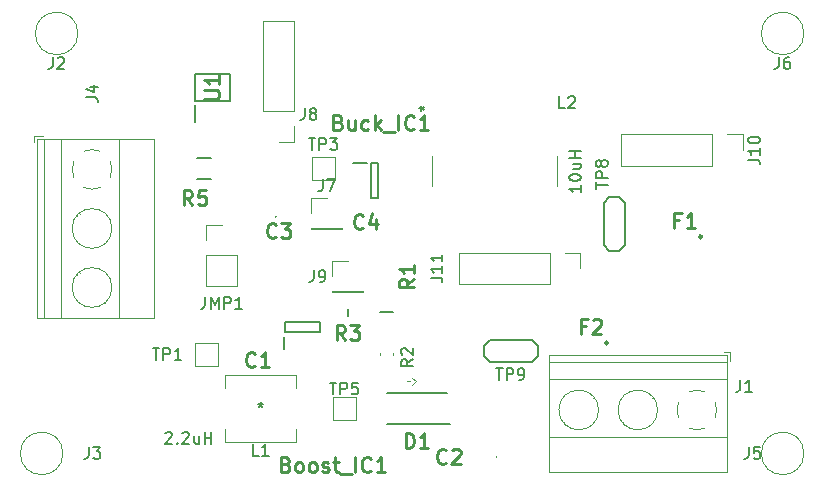
<source format=gbr>
%TF.GenerationSoftware,KiCad,Pcbnew,7.0.4*%
%TF.CreationDate,2023-05-30T06:19:14+05:30*%
%TF.ProjectId,1,312e6b69-6361-4645-9f70-636258585858,rev?*%
%TF.SameCoordinates,Original*%
%TF.FileFunction,Legend,Top*%
%TF.FilePolarity,Positive*%
%FSLAX46Y46*%
G04 Gerber Fmt 4.6, Leading zero omitted, Abs format (unit mm)*
G04 Created by KiCad (PCBNEW 7.0.4) date 2023-05-30 06:19:14*
%MOMM*%
%LPD*%
G01*
G04 APERTURE LIST*
%ADD10C,0.100000*%
%ADD11C,0.254000*%
%ADD12C,0.150000*%
%ADD13C,0.200000*%
%ADD14C,0.120000*%
%ADD15C,0.152400*%
%ADD16C,0.250000*%
G04 APERTURE END LIST*
D10*
X143417027Y-100583466D02*
X143721789Y-100583466D01*
X143912265Y-100297752D02*
X144217027Y-100583466D01*
X144217027Y-100583466D02*
X143912265Y-100869180D01*
D11*
%TO.C,U1*%
X126304318Y-76659619D02*
X127332413Y-76659619D01*
X127332413Y-76659619D02*
X127453365Y-76599142D01*
X127453365Y-76599142D02*
X127513842Y-76538666D01*
X127513842Y-76538666D02*
X127574318Y-76417714D01*
X127574318Y-76417714D02*
X127574318Y-76175809D01*
X127574318Y-76175809D02*
X127513842Y-76054857D01*
X127513842Y-76054857D02*
X127453365Y-75994380D01*
X127453365Y-75994380D02*
X127332413Y-75933904D01*
X127332413Y-75933904D02*
X126304318Y-75933904D01*
X127574318Y-74663904D02*
X127574318Y-75389619D01*
X127574318Y-75026762D02*
X126304318Y-75026762D01*
X126304318Y-75026762D02*
X126485746Y-75147714D01*
X126485746Y-75147714D02*
X126606699Y-75268666D01*
X126606699Y-75268666D02*
X126667175Y-75389619D01*
D12*
%TO.C,J3*%
X116506666Y-106134819D02*
X116506666Y-106849104D01*
X116506666Y-106849104D02*
X116459047Y-106991961D01*
X116459047Y-106991961D02*
X116363809Y-107087200D01*
X116363809Y-107087200D02*
X116220952Y-107134819D01*
X116220952Y-107134819D02*
X116125714Y-107134819D01*
X116887619Y-106134819D02*
X117506666Y-106134819D01*
X117506666Y-106134819D02*
X117173333Y-106515771D01*
X117173333Y-106515771D02*
X117316190Y-106515771D01*
X117316190Y-106515771D02*
X117411428Y-106563390D01*
X117411428Y-106563390D02*
X117459047Y-106611009D01*
X117459047Y-106611009D02*
X117506666Y-106706247D01*
X117506666Y-106706247D02*
X117506666Y-106944342D01*
X117506666Y-106944342D02*
X117459047Y-107039580D01*
X117459047Y-107039580D02*
X117411428Y-107087200D01*
X117411428Y-107087200D02*
X117316190Y-107134819D01*
X117316190Y-107134819D02*
X117030476Y-107134819D01*
X117030476Y-107134819D02*
X116935238Y-107087200D01*
X116935238Y-107087200D02*
X116887619Y-107039580D01*
%TO.C,TP1*%
X121928095Y-97752819D02*
X122499523Y-97752819D01*
X122213809Y-98752819D02*
X122213809Y-97752819D01*
X122832857Y-98752819D02*
X122832857Y-97752819D01*
X122832857Y-97752819D02*
X123213809Y-97752819D01*
X123213809Y-97752819D02*
X123309047Y-97800438D01*
X123309047Y-97800438D02*
X123356666Y-97848057D01*
X123356666Y-97848057D02*
X123404285Y-97943295D01*
X123404285Y-97943295D02*
X123404285Y-98086152D01*
X123404285Y-98086152D02*
X123356666Y-98181390D01*
X123356666Y-98181390D02*
X123309047Y-98229009D01*
X123309047Y-98229009D02*
X123213809Y-98276628D01*
X123213809Y-98276628D02*
X122832857Y-98276628D01*
X124356666Y-98752819D02*
X123785238Y-98752819D01*
X124070952Y-98752819D02*
X124070952Y-97752819D01*
X124070952Y-97752819D02*
X123975714Y-97895676D01*
X123975714Y-97895676D02*
X123880476Y-97990914D01*
X123880476Y-97990914D02*
X123785238Y-98038533D01*
%TO.C,J5*%
X172386666Y-106134819D02*
X172386666Y-106849104D01*
X172386666Y-106849104D02*
X172339047Y-106991961D01*
X172339047Y-106991961D02*
X172243809Y-107087200D01*
X172243809Y-107087200D02*
X172100952Y-107134819D01*
X172100952Y-107134819D02*
X172005714Y-107134819D01*
X173339047Y-106134819D02*
X172862857Y-106134819D01*
X172862857Y-106134819D02*
X172815238Y-106611009D01*
X172815238Y-106611009D02*
X172862857Y-106563390D01*
X172862857Y-106563390D02*
X172958095Y-106515771D01*
X172958095Y-106515771D02*
X173196190Y-106515771D01*
X173196190Y-106515771D02*
X173291428Y-106563390D01*
X173291428Y-106563390D02*
X173339047Y-106611009D01*
X173339047Y-106611009D02*
X173386666Y-106706247D01*
X173386666Y-106706247D02*
X173386666Y-106944342D01*
X173386666Y-106944342D02*
X173339047Y-107039580D01*
X173339047Y-107039580D02*
X173291428Y-107087200D01*
X173291428Y-107087200D02*
X173196190Y-107134819D01*
X173196190Y-107134819D02*
X172958095Y-107134819D01*
X172958095Y-107134819D02*
X172862857Y-107087200D01*
X172862857Y-107087200D02*
X172815238Y-107039580D01*
%TO.C,TP5*%
X136914095Y-100676819D02*
X137485523Y-100676819D01*
X137199809Y-101676819D02*
X137199809Y-100676819D01*
X137818857Y-101676819D02*
X137818857Y-100676819D01*
X137818857Y-100676819D02*
X138199809Y-100676819D01*
X138199809Y-100676819D02*
X138295047Y-100724438D01*
X138295047Y-100724438D02*
X138342666Y-100772057D01*
X138342666Y-100772057D02*
X138390285Y-100867295D01*
X138390285Y-100867295D02*
X138390285Y-101010152D01*
X138390285Y-101010152D02*
X138342666Y-101105390D01*
X138342666Y-101105390D02*
X138295047Y-101153009D01*
X138295047Y-101153009D02*
X138199809Y-101200628D01*
X138199809Y-101200628D02*
X137818857Y-101200628D01*
X139295047Y-100676819D02*
X138818857Y-100676819D01*
X138818857Y-100676819D02*
X138771238Y-101153009D01*
X138771238Y-101153009D02*
X138818857Y-101105390D01*
X138818857Y-101105390D02*
X138914095Y-101057771D01*
X138914095Y-101057771D02*
X139152190Y-101057771D01*
X139152190Y-101057771D02*
X139247428Y-101105390D01*
X139247428Y-101105390D02*
X139295047Y-101153009D01*
X139295047Y-101153009D02*
X139342666Y-101248247D01*
X139342666Y-101248247D02*
X139342666Y-101486342D01*
X139342666Y-101486342D02*
X139295047Y-101581580D01*
X139295047Y-101581580D02*
X139247428Y-101629200D01*
X139247428Y-101629200D02*
X139152190Y-101676819D01*
X139152190Y-101676819D02*
X138914095Y-101676819D01*
X138914095Y-101676819D02*
X138818857Y-101629200D01*
X138818857Y-101629200D02*
X138771238Y-101581580D01*
D11*
%TO.C,C4*%
X139742333Y-87575365D02*
X139681857Y-87635842D01*
X139681857Y-87635842D02*
X139500428Y-87696318D01*
X139500428Y-87696318D02*
X139379476Y-87696318D01*
X139379476Y-87696318D02*
X139198047Y-87635842D01*
X139198047Y-87635842D02*
X139077095Y-87514889D01*
X139077095Y-87514889D02*
X139016618Y-87393937D01*
X139016618Y-87393937D02*
X138956142Y-87152032D01*
X138956142Y-87152032D02*
X138956142Y-86970603D01*
X138956142Y-86970603D02*
X139016618Y-86728699D01*
X139016618Y-86728699D02*
X139077095Y-86607746D01*
X139077095Y-86607746D02*
X139198047Y-86486794D01*
X139198047Y-86486794D02*
X139379476Y-86426318D01*
X139379476Y-86426318D02*
X139500428Y-86426318D01*
X139500428Y-86426318D02*
X139681857Y-86486794D01*
X139681857Y-86486794D02*
X139742333Y-86547270D01*
X140830904Y-86849651D02*
X140830904Y-87696318D01*
X140528523Y-86365842D02*
X140226142Y-87272984D01*
X140226142Y-87272984D02*
X141012333Y-87272984D01*
D12*
%TO.C,J11*%
X145454819Y-91809523D02*
X146169104Y-91809523D01*
X146169104Y-91809523D02*
X146311961Y-91857142D01*
X146311961Y-91857142D02*
X146407200Y-91952380D01*
X146407200Y-91952380D02*
X146454819Y-92095237D01*
X146454819Y-92095237D02*
X146454819Y-92190475D01*
X146454819Y-90809523D02*
X146454819Y-91380951D01*
X146454819Y-91095237D02*
X145454819Y-91095237D01*
X145454819Y-91095237D02*
X145597676Y-91190475D01*
X145597676Y-91190475D02*
X145692914Y-91285713D01*
X145692914Y-91285713D02*
X145740533Y-91380951D01*
X146454819Y-89857142D02*
X146454819Y-90428570D01*
X146454819Y-90142856D02*
X145454819Y-90142856D01*
X145454819Y-90142856D02*
X145597676Y-90238094D01*
X145597676Y-90238094D02*
X145692914Y-90333332D01*
X145692914Y-90333332D02*
X145740533Y-90428570D01*
%TO.C,TP8*%
X159454819Y-84261904D02*
X159454819Y-83690476D01*
X160454819Y-83976190D02*
X159454819Y-83976190D01*
X160454819Y-83357142D02*
X159454819Y-83357142D01*
X159454819Y-83357142D02*
X159454819Y-82976190D01*
X159454819Y-82976190D02*
X159502438Y-82880952D01*
X159502438Y-82880952D02*
X159550057Y-82833333D01*
X159550057Y-82833333D02*
X159645295Y-82785714D01*
X159645295Y-82785714D02*
X159788152Y-82785714D01*
X159788152Y-82785714D02*
X159883390Y-82833333D01*
X159883390Y-82833333D02*
X159931009Y-82880952D01*
X159931009Y-82880952D02*
X159978628Y-82976190D01*
X159978628Y-82976190D02*
X159978628Y-83357142D01*
X159883390Y-82214285D02*
X159835771Y-82309523D01*
X159835771Y-82309523D02*
X159788152Y-82357142D01*
X159788152Y-82357142D02*
X159692914Y-82404761D01*
X159692914Y-82404761D02*
X159645295Y-82404761D01*
X159645295Y-82404761D02*
X159550057Y-82357142D01*
X159550057Y-82357142D02*
X159502438Y-82309523D01*
X159502438Y-82309523D02*
X159454819Y-82214285D01*
X159454819Y-82214285D02*
X159454819Y-82023809D01*
X159454819Y-82023809D02*
X159502438Y-81928571D01*
X159502438Y-81928571D02*
X159550057Y-81880952D01*
X159550057Y-81880952D02*
X159645295Y-81833333D01*
X159645295Y-81833333D02*
X159692914Y-81833333D01*
X159692914Y-81833333D02*
X159788152Y-81880952D01*
X159788152Y-81880952D02*
X159835771Y-81928571D01*
X159835771Y-81928571D02*
X159883390Y-82023809D01*
X159883390Y-82023809D02*
X159883390Y-82214285D01*
X159883390Y-82214285D02*
X159931009Y-82309523D01*
X159931009Y-82309523D02*
X159978628Y-82357142D01*
X159978628Y-82357142D02*
X160073866Y-82404761D01*
X160073866Y-82404761D02*
X160264342Y-82404761D01*
X160264342Y-82404761D02*
X160359580Y-82357142D01*
X160359580Y-82357142D02*
X160407200Y-82309523D01*
X160407200Y-82309523D02*
X160454819Y-82214285D01*
X160454819Y-82214285D02*
X160454819Y-82023809D01*
X160454819Y-82023809D02*
X160407200Y-81928571D01*
X160407200Y-81928571D02*
X160359580Y-81880952D01*
X160359580Y-81880952D02*
X160264342Y-81833333D01*
X160264342Y-81833333D02*
X160073866Y-81833333D01*
X160073866Y-81833333D02*
X159978628Y-81880952D01*
X159978628Y-81880952D02*
X159931009Y-81928571D01*
X159931009Y-81928571D02*
X159883390Y-82023809D01*
%TO.C,J9*%
X135556666Y-91148819D02*
X135556666Y-91863104D01*
X135556666Y-91863104D02*
X135509047Y-92005961D01*
X135509047Y-92005961D02*
X135413809Y-92101200D01*
X135413809Y-92101200D02*
X135270952Y-92148819D01*
X135270952Y-92148819D02*
X135175714Y-92148819D01*
X136080476Y-92148819D02*
X136270952Y-92148819D01*
X136270952Y-92148819D02*
X136366190Y-92101200D01*
X136366190Y-92101200D02*
X136413809Y-92053580D01*
X136413809Y-92053580D02*
X136509047Y-91910723D01*
X136509047Y-91910723D02*
X136556666Y-91720247D01*
X136556666Y-91720247D02*
X136556666Y-91339295D01*
X136556666Y-91339295D02*
X136509047Y-91244057D01*
X136509047Y-91244057D02*
X136461428Y-91196438D01*
X136461428Y-91196438D02*
X136366190Y-91148819D01*
X136366190Y-91148819D02*
X136175714Y-91148819D01*
X136175714Y-91148819D02*
X136080476Y-91196438D01*
X136080476Y-91196438D02*
X136032857Y-91244057D01*
X136032857Y-91244057D02*
X135985238Y-91339295D01*
X135985238Y-91339295D02*
X135985238Y-91577390D01*
X135985238Y-91577390D02*
X136032857Y-91672628D01*
X136032857Y-91672628D02*
X136080476Y-91720247D01*
X136080476Y-91720247D02*
X136175714Y-91767866D01*
X136175714Y-91767866D02*
X136366190Y-91767866D01*
X136366190Y-91767866D02*
X136461428Y-91720247D01*
X136461428Y-91720247D02*
X136509047Y-91672628D01*
X136509047Y-91672628D02*
X136556666Y-91577390D01*
D11*
%TO.C,R5*%
X125264333Y-85664318D02*
X124840999Y-85059556D01*
X124538618Y-85664318D02*
X124538618Y-84394318D01*
X124538618Y-84394318D02*
X125022428Y-84394318D01*
X125022428Y-84394318D02*
X125143380Y-84454794D01*
X125143380Y-84454794D02*
X125203857Y-84515270D01*
X125203857Y-84515270D02*
X125264333Y-84636222D01*
X125264333Y-84636222D02*
X125264333Y-84817651D01*
X125264333Y-84817651D02*
X125203857Y-84938603D01*
X125203857Y-84938603D02*
X125143380Y-84999080D01*
X125143380Y-84999080D02*
X125022428Y-85059556D01*
X125022428Y-85059556D02*
X124538618Y-85059556D01*
X126413380Y-84394318D02*
X125808618Y-84394318D01*
X125808618Y-84394318D02*
X125748142Y-84999080D01*
X125748142Y-84999080D02*
X125808618Y-84938603D01*
X125808618Y-84938603D02*
X125929571Y-84878127D01*
X125929571Y-84878127D02*
X126231952Y-84878127D01*
X126231952Y-84878127D02*
X126352904Y-84938603D01*
X126352904Y-84938603D02*
X126413380Y-84999080D01*
X126413380Y-84999080D02*
X126473857Y-85120032D01*
X126473857Y-85120032D02*
X126473857Y-85422413D01*
X126473857Y-85422413D02*
X126413380Y-85543365D01*
X126413380Y-85543365D02*
X126352904Y-85603842D01*
X126352904Y-85603842D02*
X126231952Y-85664318D01*
X126231952Y-85664318D02*
X125929571Y-85664318D01*
X125929571Y-85664318D02*
X125808618Y-85603842D01*
X125808618Y-85603842D02*
X125748142Y-85543365D01*
D12*
%TO.C,J4*%
X116294819Y-76533333D02*
X117009104Y-76533333D01*
X117009104Y-76533333D02*
X117151961Y-76580952D01*
X117151961Y-76580952D02*
X117247200Y-76676190D01*
X117247200Y-76676190D02*
X117294819Y-76819047D01*
X117294819Y-76819047D02*
X117294819Y-76914285D01*
X116628152Y-75628571D02*
X117294819Y-75628571D01*
X116247200Y-75866666D02*
X116961485Y-76104761D01*
X116961485Y-76104761D02*
X116961485Y-75485714D01*
%TO.C,J8*%
X134794666Y-77432819D02*
X134794666Y-78147104D01*
X134794666Y-78147104D02*
X134747047Y-78289961D01*
X134747047Y-78289961D02*
X134651809Y-78385200D01*
X134651809Y-78385200D02*
X134508952Y-78432819D01*
X134508952Y-78432819D02*
X134413714Y-78432819D01*
X135413714Y-77861390D02*
X135318476Y-77813771D01*
X135318476Y-77813771D02*
X135270857Y-77766152D01*
X135270857Y-77766152D02*
X135223238Y-77670914D01*
X135223238Y-77670914D02*
X135223238Y-77623295D01*
X135223238Y-77623295D02*
X135270857Y-77528057D01*
X135270857Y-77528057D02*
X135318476Y-77480438D01*
X135318476Y-77480438D02*
X135413714Y-77432819D01*
X135413714Y-77432819D02*
X135604190Y-77432819D01*
X135604190Y-77432819D02*
X135699428Y-77480438D01*
X135699428Y-77480438D02*
X135747047Y-77528057D01*
X135747047Y-77528057D02*
X135794666Y-77623295D01*
X135794666Y-77623295D02*
X135794666Y-77670914D01*
X135794666Y-77670914D02*
X135747047Y-77766152D01*
X135747047Y-77766152D02*
X135699428Y-77813771D01*
X135699428Y-77813771D02*
X135604190Y-77861390D01*
X135604190Y-77861390D02*
X135413714Y-77861390D01*
X135413714Y-77861390D02*
X135318476Y-77909009D01*
X135318476Y-77909009D02*
X135270857Y-77956628D01*
X135270857Y-77956628D02*
X135223238Y-78051866D01*
X135223238Y-78051866D02*
X135223238Y-78242342D01*
X135223238Y-78242342D02*
X135270857Y-78337580D01*
X135270857Y-78337580D02*
X135318476Y-78385200D01*
X135318476Y-78385200D02*
X135413714Y-78432819D01*
X135413714Y-78432819D02*
X135604190Y-78432819D01*
X135604190Y-78432819D02*
X135699428Y-78385200D01*
X135699428Y-78385200D02*
X135747047Y-78337580D01*
X135747047Y-78337580D02*
X135794666Y-78242342D01*
X135794666Y-78242342D02*
X135794666Y-78051866D01*
X135794666Y-78051866D02*
X135747047Y-77956628D01*
X135747047Y-77956628D02*
X135699428Y-77909009D01*
X135699428Y-77909009D02*
X135604190Y-77861390D01*
D11*
%TO.C,R3*%
X138218333Y-97094318D02*
X137794999Y-96489556D01*
X137492618Y-97094318D02*
X137492618Y-95824318D01*
X137492618Y-95824318D02*
X137976428Y-95824318D01*
X137976428Y-95824318D02*
X138097380Y-95884794D01*
X138097380Y-95884794D02*
X138157857Y-95945270D01*
X138157857Y-95945270D02*
X138218333Y-96066222D01*
X138218333Y-96066222D02*
X138218333Y-96247651D01*
X138218333Y-96247651D02*
X138157857Y-96368603D01*
X138157857Y-96368603D02*
X138097380Y-96429080D01*
X138097380Y-96429080D02*
X137976428Y-96489556D01*
X137976428Y-96489556D02*
X137492618Y-96489556D01*
X138641666Y-95824318D02*
X139427857Y-95824318D01*
X139427857Y-95824318D02*
X139004523Y-96308127D01*
X139004523Y-96308127D02*
X139185952Y-96308127D01*
X139185952Y-96308127D02*
X139306904Y-96368603D01*
X139306904Y-96368603D02*
X139367380Y-96429080D01*
X139367380Y-96429080D02*
X139427857Y-96550032D01*
X139427857Y-96550032D02*
X139427857Y-96852413D01*
X139427857Y-96852413D02*
X139367380Y-96973365D01*
X139367380Y-96973365D02*
X139306904Y-97033842D01*
X139306904Y-97033842D02*
X139185952Y-97094318D01*
X139185952Y-97094318D02*
X138823095Y-97094318D01*
X138823095Y-97094318D02*
X138702142Y-97033842D01*
X138702142Y-97033842D02*
X138641666Y-96973365D01*
D12*
%TO.C,TP9*%
X150978095Y-99454819D02*
X151549523Y-99454819D01*
X151263809Y-100454819D02*
X151263809Y-99454819D01*
X151882857Y-100454819D02*
X151882857Y-99454819D01*
X151882857Y-99454819D02*
X152263809Y-99454819D01*
X152263809Y-99454819D02*
X152359047Y-99502438D01*
X152359047Y-99502438D02*
X152406666Y-99550057D01*
X152406666Y-99550057D02*
X152454285Y-99645295D01*
X152454285Y-99645295D02*
X152454285Y-99788152D01*
X152454285Y-99788152D02*
X152406666Y-99883390D01*
X152406666Y-99883390D02*
X152359047Y-99931009D01*
X152359047Y-99931009D02*
X152263809Y-99978628D01*
X152263809Y-99978628D02*
X151882857Y-99978628D01*
X152930476Y-100454819D02*
X153120952Y-100454819D01*
X153120952Y-100454819D02*
X153216190Y-100407200D01*
X153216190Y-100407200D02*
X153263809Y-100359580D01*
X153263809Y-100359580D02*
X153359047Y-100216723D01*
X153359047Y-100216723D02*
X153406666Y-100026247D01*
X153406666Y-100026247D02*
X153406666Y-99645295D01*
X153406666Y-99645295D02*
X153359047Y-99550057D01*
X153359047Y-99550057D02*
X153311428Y-99502438D01*
X153311428Y-99502438D02*
X153216190Y-99454819D01*
X153216190Y-99454819D02*
X153025714Y-99454819D01*
X153025714Y-99454819D02*
X152930476Y-99502438D01*
X152930476Y-99502438D02*
X152882857Y-99550057D01*
X152882857Y-99550057D02*
X152835238Y-99645295D01*
X152835238Y-99645295D02*
X152835238Y-99883390D01*
X152835238Y-99883390D02*
X152882857Y-99978628D01*
X152882857Y-99978628D02*
X152930476Y-100026247D01*
X152930476Y-100026247D02*
X153025714Y-100073866D01*
X153025714Y-100073866D02*
X153216190Y-100073866D01*
X153216190Y-100073866D02*
X153311428Y-100026247D01*
X153311428Y-100026247D02*
X153359047Y-99978628D01*
X153359047Y-99978628D02*
X153406666Y-99883390D01*
%TO.C,J7*%
X136318666Y-83484819D02*
X136318666Y-84199104D01*
X136318666Y-84199104D02*
X136271047Y-84341961D01*
X136271047Y-84341961D02*
X136175809Y-84437200D01*
X136175809Y-84437200D02*
X136032952Y-84484819D01*
X136032952Y-84484819D02*
X135937714Y-84484819D01*
X136699619Y-83484819D02*
X137366285Y-83484819D01*
X137366285Y-83484819D02*
X136937714Y-84484819D01*
D11*
%TO.C,F2*%
X158576667Y-95909080D02*
X158153333Y-95909080D01*
X158153333Y-96574318D02*
X158153333Y-95304318D01*
X158153333Y-95304318D02*
X158758095Y-95304318D01*
X159181428Y-95425270D02*
X159241904Y-95364794D01*
X159241904Y-95364794D02*
X159362857Y-95304318D01*
X159362857Y-95304318D02*
X159665238Y-95304318D01*
X159665238Y-95304318D02*
X159786190Y-95364794D01*
X159786190Y-95364794D02*
X159846666Y-95425270D01*
X159846666Y-95425270D02*
X159907143Y-95546222D01*
X159907143Y-95546222D02*
X159907143Y-95667175D01*
X159907143Y-95667175D02*
X159846666Y-95848603D01*
X159846666Y-95848603D02*
X159120952Y-96574318D01*
X159120952Y-96574318D02*
X159907143Y-96574318D01*
D12*
%TO.C,TP3*%
X135136095Y-79972819D02*
X135707523Y-79972819D01*
X135421809Y-80972819D02*
X135421809Y-79972819D01*
X136040857Y-80972819D02*
X136040857Y-79972819D01*
X136040857Y-79972819D02*
X136421809Y-79972819D01*
X136421809Y-79972819D02*
X136517047Y-80020438D01*
X136517047Y-80020438D02*
X136564666Y-80068057D01*
X136564666Y-80068057D02*
X136612285Y-80163295D01*
X136612285Y-80163295D02*
X136612285Y-80306152D01*
X136612285Y-80306152D02*
X136564666Y-80401390D01*
X136564666Y-80401390D02*
X136517047Y-80449009D01*
X136517047Y-80449009D02*
X136421809Y-80496628D01*
X136421809Y-80496628D02*
X136040857Y-80496628D01*
X136945619Y-79972819D02*
X137564666Y-79972819D01*
X137564666Y-79972819D02*
X137231333Y-80353771D01*
X137231333Y-80353771D02*
X137374190Y-80353771D01*
X137374190Y-80353771D02*
X137469428Y-80401390D01*
X137469428Y-80401390D02*
X137517047Y-80449009D01*
X137517047Y-80449009D02*
X137564666Y-80544247D01*
X137564666Y-80544247D02*
X137564666Y-80782342D01*
X137564666Y-80782342D02*
X137517047Y-80877580D01*
X137517047Y-80877580D02*
X137469428Y-80925200D01*
X137469428Y-80925200D02*
X137374190Y-80972819D01*
X137374190Y-80972819D02*
X137088476Y-80972819D01*
X137088476Y-80972819D02*
X136993238Y-80925200D01*
X136993238Y-80925200D02*
X136945619Y-80877580D01*
D11*
%TO.C,Buck_IC1*%
X137655905Y-78649080D02*
X137837333Y-78709556D01*
X137837333Y-78709556D02*
X137897810Y-78770032D01*
X137897810Y-78770032D02*
X137958286Y-78890984D01*
X137958286Y-78890984D02*
X137958286Y-79072413D01*
X137958286Y-79072413D02*
X137897810Y-79193365D01*
X137897810Y-79193365D02*
X137837333Y-79253842D01*
X137837333Y-79253842D02*
X137716381Y-79314318D01*
X137716381Y-79314318D02*
X137232571Y-79314318D01*
X137232571Y-79314318D02*
X137232571Y-78044318D01*
X137232571Y-78044318D02*
X137655905Y-78044318D01*
X137655905Y-78044318D02*
X137776857Y-78104794D01*
X137776857Y-78104794D02*
X137837333Y-78165270D01*
X137837333Y-78165270D02*
X137897810Y-78286222D01*
X137897810Y-78286222D02*
X137897810Y-78407175D01*
X137897810Y-78407175D02*
X137837333Y-78528127D01*
X137837333Y-78528127D02*
X137776857Y-78588603D01*
X137776857Y-78588603D02*
X137655905Y-78649080D01*
X137655905Y-78649080D02*
X137232571Y-78649080D01*
X139046857Y-78467651D02*
X139046857Y-79314318D01*
X138502571Y-78467651D02*
X138502571Y-79132889D01*
X138502571Y-79132889D02*
X138563048Y-79253842D01*
X138563048Y-79253842D02*
X138684000Y-79314318D01*
X138684000Y-79314318D02*
X138865429Y-79314318D01*
X138865429Y-79314318D02*
X138986381Y-79253842D01*
X138986381Y-79253842D02*
X139046857Y-79193365D01*
X140195905Y-79253842D02*
X140074953Y-79314318D01*
X140074953Y-79314318D02*
X139833048Y-79314318D01*
X139833048Y-79314318D02*
X139712096Y-79253842D01*
X139712096Y-79253842D02*
X139651619Y-79193365D01*
X139651619Y-79193365D02*
X139591143Y-79072413D01*
X139591143Y-79072413D02*
X139591143Y-78709556D01*
X139591143Y-78709556D02*
X139651619Y-78588603D01*
X139651619Y-78588603D02*
X139712096Y-78528127D01*
X139712096Y-78528127D02*
X139833048Y-78467651D01*
X139833048Y-78467651D02*
X140074953Y-78467651D01*
X140074953Y-78467651D02*
X140195905Y-78528127D01*
X140740190Y-79314318D02*
X140740190Y-78044318D01*
X140861143Y-78830508D02*
X141224000Y-79314318D01*
X141224000Y-78467651D02*
X140740190Y-78951461D01*
X141465905Y-79435270D02*
X142433524Y-79435270D01*
X142735904Y-79314318D02*
X142735904Y-78044318D01*
X144066381Y-79193365D02*
X144005905Y-79253842D01*
X144005905Y-79253842D02*
X143824476Y-79314318D01*
X143824476Y-79314318D02*
X143703524Y-79314318D01*
X143703524Y-79314318D02*
X143522095Y-79253842D01*
X143522095Y-79253842D02*
X143401143Y-79132889D01*
X143401143Y-79132889D02*
X143340666Y-79011937D01*
X143340666Y-79011937D02*
X143280190Y-78770032D01*
X143280190Y-78770032D02*
X143280190Y-78588603D01*
X143280190Y-78588603D02*
X143340666Y-78346699D01*
X143340666Y-78346699D02*
X143401143Y-78225746D01*
X143401143Y-78225746D02*
X143522095Y-78104794D01*
X143522095Y-78104794D02*
X143703524Y-78044318D01*
X143703524Y-78044318D02*
X143824476Y-78044318D01*
X143824476Y-78044318D02*
X144005905Y-78104794D01*
X144005905Y-78104794D02*
X144066381Y-78165270D01*
X145275905Y-79314318D02*
X144550190Y-79314318D01*
X144913047Y-79314318D02*
X144913047Y-78044318D01*
X144913047Y-78044318D02*
X144792095Y-78225746D01*
X144792095Y-78225746D02*
X144671143Y-78346699D01*
X144671143Y-78346699D02*
X144550190Y-78407175D01*
%TO.C,F1*%
X166526667Y-86909080D02*
X166103333Y-86909080D01*
X166103333Y-87574318D02*
X166103333Y-86304318D01*
X166103333Y-86304318D02*
X166708095Y-86304318D01*
X167857143Y-87574318D02*
X167131428Y-87574318D01*
X167494285Y-87574318D02*
X167494285Y-86304318D01*
X167494285Y-86304318D02*
X167373333Y-86485746D01*
X167373333Y-86485746D02*
X167252381Y-86606699D01*
X167252381Y-86606699D02*
X167131428Y-86667175D01*
%TO.C,Boost_IC1*%
X133198809Y-107605080D02*
X133380237Y-107665556D01*
X133380237Y-107665556D02*
X133440714Y-107726032D01*
X133440714Y-107726032D02*
X133501190Y-107846984D01*
X133501190Y-107846984D02*
X133501190Y-108028413D01*
X133501190Y-108028413D02*
X133440714Y-108149365D01*
X133440714Y-108149365D02*
X133380237Y-108209842D01*
X133380237Y-108209842D02*
X133259285Y-108270318D01*
X133259285Y-108270318D02*
X132775475Y-108270318D01*
X132775475Y-108270318D02*
X132775475Y-107000318D01*
X132775475Y-107000318D02*
X133198809Y-107000318D01*
X133198809Y-107000318D02*
X133319761Y-107060794D01*
X133319761Y-107060794D02*
X133380237Y-107121270D01*
X133380237Y-107121270D02*
X133440714Y-107242222D01*
X133440714Y-107242222D02*
X133440714Y-107363175D01*
X133440714Y-107363175D02*
X133380237Y-107484127D01*
X133380237Y-107484127D02*
X133319761Y-107544603D01*
X133319761Y-107544603D02*
X133198809Y-107605080D01*
X133198809Y-107605080D02*
X132775475Y-107605080D01*
X134226904Y-108270318D02*
X134105952Y-108209842D01*
X134105952Y-108209842D02*
X134045475Y-108149365D01*
X134045475Y-108149365D02*
X133984999Y-108028413D01*
X133984999Y-108028413D02*
X133984999Y-107665556D01*
X133984999Y-107665556D02*
X134045475Y-107544603D01*
X134045475Y-107544603D02*
X134105952Y-107484127D01*
X134105952Y-107484127D02*
X134226904Y-107423651D01*
X134226904Y-107423651D02*
X134408333Y-107423651D01*
X134408333Y-107423651D02*
X134529285Y-107484127D01*
X134529285Y-107484127D02*
X134589761Y-107544603D01*
X134589761Y-107544603D02*
X134650237Y-107665556D01*
X134650237Y-107665556D02*
X134650237Y-108028413D01*
X134650237Y-108028413D02*
X134589761Y-108149365D01*
X134589761Y-108149365D02*
X134529285Y-108209842D01*
X134529285Y-108209842D02*
X134408333Y-108270318D01*
X134408333Y-108270318D02*
X134226904Y-108270318D01*
X135375952Y-108270318D02*
X135255000Y-108209842D01*
X135255000Y-108209842D02*
X135194523Y-108149365D01*
X135194523Y-108149365D02*
X135134047Y-108028413D01*
X135134047Y-108028413D02*
X135134047Y-107665556D01*
X135134047Y-107665556D02*
X135194523Y-107544603D01*
X135194523Y-107544603D02*
X135255000Y-107484127D01*
X135255000Y-107484127D02*
X135375952Y-107423651D01*
X135375952Y-107423651D02*
X135557381Y-107423651D01*
X135557381Y-107423651D02*
X135678333Y-107484127D01*
X135678333Y-107484127D02*
X135738809Y-107544603D01*
X135738809Y-107544603D02*
X135799285Y-107665556D01*
X135799285Y-107665556D02*
X135799285Y-108028413D01*
X135799285Y-108028413D02*
X135738809Y-108149365D01*
X135738809Y-108149365D02*
X135678333Y-108209842D01*
X135678333Y-108209842D02*
X135557381Y-108270318D01*
X135557381Y-108270318D02*
X135375952Y-108270318D01*
X136283095Y-108209842D02*
X136404048Y-108270318D01*
X136404048Y-108270318D02*
X136645952Y-108270318D01*
X136645952Y-108270318D02*
X136766905Y-108209842D01*
X136766905Y-108209842D02*
X136827381Y-108088889D01*
X136827381Y-108088889D02*
X136827381Y-108028413D01*
X136827381Y-108028413D02*
X136766905Y-107907461D01*
X136766905Y-107907461D02*
X136645952Y-107846984D01*
X136645952Y-107846984D02*
X136464524Y-107846984D01*
X136464524Y-107846984D02*
X136343571Y-107786508D01*
X136343571Y-107786508D02*
X136283095Y-107665556D01*
X136283095Y-107665556D02*
X136283095Y-107605080D01*
X136283095Y-107605080D02*
X136343571Y-107484127D01*
X136343571Y-107484127D02*
X136464524Y-107423651D01*
X136464524Y-107423651D02*
X136645952Y-107423651D01*
X136645952Y-107423651D02*
X136766905Y-107484127D01*
X137190238Y-107423651D02*
X137674047Y-107423651D01*
X137371666Y-107000318D02*
X137371666Y-108088889D01*
X137371666Y-108088889D02*
X137432143Y-108209842D01*
X137432143Y-108209842D02*
X137553095Y-108270318D01*
X137553095Y-108270318D02*
X137674047Y-108270318D01*
X137795000Y-108391270D02*
X138762619Y-108391270D01*
X139064999Y-108270318D02*
X139064999Y-107000318D01*
X140395476Y-108149365D02*
X140335000Y-108209842D01*
X140335000Y-108209842D02*
X140153571Y-108270318D01*
X140153571Y-108270318D02*
X140032619Y-108270318D01*
X140032619Y-108270318D02*
X139851190Y-108209842D01*
X139851190Y-108209842D02*
X139730238Y-108088889D01*
X139730238Y-108088889D02*
X139669761Y-107967937D01*
X139669761Y-107967937D02*
X139609285Y-107726032D01*
X139609285Y-107726032D02*
X139609285Y-107544603D01*
X139609285Y-107544603D02*
X139669761Y-107302699D01*
X139669761Y-107302699D02*
X139730238Y-107181746D01*
X139730238Y-107181746D02*
X139851190Y-107060794D01*
X139851190Y-107060794D02*
X140032619Y-107000318D01*
X140032619Y-107000318D02*
X140153571Y-107000318D01*
X140153571Y-107000318D02*
X140335000Y-107060794D01*
X140335000Y-107060794D02*
X140395476Y-107121270D01*
X141605000Y-108270318D02*
X140879285Y-108270318D01*
X141242142Y-108270318D02*
X141242142Y-107000318D01*
X141242142Y-107000318D02*
X141121190Y-107181746D01*
X141121190Y-107181746D02*
X141000238Y-107302699D01*
X141000238Y-107302699D02*
X140879285Y-107363175D01*
D12*
%TO.C,JMP1*%
X126357238Y-93434819D02*
X126357238Y-94149104D01*
X126357238Y-94149104D02*
X126309619Y-94291961D01*
X126309619Y-94291961D02*
X126214381Y-94387200D01*
X126214381Y-94387200D02*
X126071524Y-94434819D01*
X126071524Y-94434819D02*
X125976286Y-94434819D01*
X126833429Y-94434819D02*
X126833429Y-93434819D01*
X126833429Y-93434819D02*
X127166762Y-94149104D01*
X127166762Y-94149104D02*
X127500095Y-93434819D01*
X127500095Y-93434819D02*
X127500095Y-94434819D01*
X127976286Y-94434819D02*
X127976286Y-93434819D01*
X127976286Y-93434819D02*
X128357238Y-93434819D01*
X128357238Y-93434819D02*
X128452476Y-93482438D01*
X128452476Y-93482438D02*
X128500095Y-93530057D01*
X128500095Y-93530057D02*
X128547714Y-93625295D01*
X128547714Y-93625295D02*
X128547714Y-93768152D01*
X128547714Y-93768152D02*
X128500095Y-93863390D01*
X128500095Y-93863390D02*
X128452476Y-93911009D01*
X128452476Y-93911009D02*
X128357238Y-93958628D01*
X128357238Y-93958628D02*
X127976286Y-93958628D01*
X129500095Y-94434819D02*
X128928667Y-94434819D01*
X129214381Y-94434819D02*
X129214381Y-93434819D01*
X129214381Y-93434819D02*
X129119143Y-93577676D01*
X129119143Y-93577676D02*
X129023905Y-93672914D01*
X129023905Y-93672914D02*
X128928667Y-93720533D01*
%TO.C,J10*%
X172324819Y-81809523D02*
X173039104Y-81809523D01*
X173039104Y-81809523D02*
X173181961Y-81857142D01*
X173181961Y-81857142D02*
X173277200Y-81952380D01*
X173277200Y-81952380D02*
X173324819Y-82095237D01*
X173324819Y-82095237D02*
X173324819Y-82190475D01*
X173324819Y-80809523D02*
X173324819Y-81380951D01*
X173324819Y-81095237D02*
X172324819Y-81095237D01*
X172324819Y-81095237D02*
X172467676Y-81190475D01*
X172467676Y-81190475D02*
X172562914Y-81285713D01*
X172562914Y-81285713D02*
X172610533Y-81380951D01*
X172324819Y-80190475D02*
X172324819Y-80095237D01*
X172324819Y-80095237D02*
X172372438Y-79999999D01*
X172372438Y-79999999D02*
X172420057Y-79952380D01*
X172420057Y-79952380D02*
X172515295Y-79904761D01*
X172515295Y-79904761D02*
X172705771Y-79857142D01*
X172705771Y-79857142D02*
X172943866Y-79857142D01*
X172943866Y-79857142D02*
X173134342Y-79904761D01*
X173134342Y-79904761D02*
X173229580Y-79952380D01*
X173229580Y-79952380D02*
X173277200Y-79999999D01*
X173277200Y-79999999D02*
X173324819Y-80095237D01*
X173324819Y-80095237D02*
X173324819Y-80190475D01*
X173324819Y-80190475D02*
X173277200Y-80285713D01*
X173277200Y-80285713D02*
X173229580Y-80333332D01*
X173229580Y-80333332D02*
X173134342Y-80380951D01*
X173134342Y-80380951D02*
X172943866Y-80428570D01*
X172943866Y-80428570D02*
X172705771Y-80428570D01*
X172705771Y-80428570D02*
X172515295Y-80380951D01*
X172515295Y-80380951D02*
X172420057Y-80333332D01*
X172420057Y-80333332D02*
X172372438Y-80285713D01*
X172372438Y-80285713D02*
X172324819Y-80190475D01*
%TO.C,R2*%
X143964819Y-98718666D02*
X143488628Y-99051999D01*
X143964819Y-99290094D02*
X142964819Y-99290094D01*
X142964819Y-99290094D02*
X142964819Y-98909142D01*
X142964819Y-98909142D02*
X143012438Y-98813904D01*
X143012438Y-98813904D02*
X143060057Y-98766285D01*
X143060057Y-98766285D02*
X143155295Y-98718666D01*
X143155295Y-98718666D02*
X143298152Y-98718666D01*
X143298152Y-98718666D02*
X143393390Y-98766285D01*
X143393390Y-98766285D02*
X143441009Y-98813904D01*
X143441009Y-98813904D02*
X143488628Y-98909142D01*
X143488628Y-98909142D02*
X143488628Y-99290094D01*
X143060057Y-98337713D02*
X143012438Y-98290094D01*
X143012438Y-98290094D02*
X142964819Y-98194856D01*
X142964819Y-98194856D02*
X142964819Y-97956761D01*
X142964819Y-97956761D02*
X143012438Y-97861523D01*
X143012438Y-97861523D02*
X143060057Y-97813904D01*
X143060057Y-97813904D02*
X143155295Y-97766285D01*
X143155295Y-97766285D02*
X143250533Y-97766285D01*
X143250533Y-97766285D02*
X143393390Y-97813904D01*
X143393390Y-97813904D02*
X143964819Y-98385332D01*
X143964819Y-98385332D02*
X143964819Y-97766285D01*
D11*
%TO.C,D1*%
X143334618Y-106238318D02*
X143334618Y-104968318D01*
X143334618Y-104968318D02*
X143636999Y-104968318D01*
X143636999Y-104968318D02*
X143818428Y-105028794D01*
X143818428Y-105028794D02*
X143939380Y-105149746D01*
X143939380Y-105149746D02*
X143999857Y-105270699D01*
X143999857Y-105270699D02*
X144060333Y-105512603D01*
X144060333Y-105512603D02*
X144060333Y-105694032D01*
X144060333Y-105694032D02*
X143999857Y-105935937D01*
X143999857Y-105935937D02*
X143939380Y-106056889D01*
X143939380Y-106056889D02*
X143818428Y-106177842D01*
X143818428Y-106177842D02*
X143636999Y-106238318D01*
X143636999Y-106238318D02*
X143334618Y-106238318D01*
X145269857Y-106238318D02*
X144544142Y-106238318D01*
X144906999Y-106238318D02*
X144906999Y-104968318D01*
X144906999Y-104968318D02*
X144786047Y-105149746D01*
X144786047Y-105149746D02*
X144665095Y-105270699D01*
X144665095Y-105270699D02*
X144544142Y-105331175D01*
%TO.C,R1*%
X144084318Y-91905666D02*
X143479556Y-92329000D01*
X144084318Y-92631381D02*
X142814318Y-92631381D01*
X142814318Y-92631381D02*
X142814318Y-92147571D01*
X142814318Y-92147571D02*
X142874794Y-92026619D01*
X142874794Y-92026619D02*
X142935270Y-91966142D01*
X142935270Y-91966142D02*
X143056222Y-91905666D01*
X143056222Y-91905666D02*
X143237651Y-91905666D01*
X143237651Y-91905666D02*
X143358603Y-91966142D01*
X143358603Y-91966142D02*
X143419080Y-92026619D01*
X143419080Y-92026619D02*
X143479556Y-92147571D01*
X143479556Y-92147571D02*
X143479556Y-92631381D01*
X144084318Y-90696142D02*
X144084318Y-91421857D01*
X144084318Y-91059000D02*
X142814318Y-91059000D01*
X142814318Y-91059000D02*
X142995746Y-91179952D01*
X142995746Y-91179952D02*
X143116699Y-91300904D01*
X143116699Y-91300904D02*
X143177175Y-91421857D01*
%TO.C,C3*%
X132376333Y-88337365D02*
X132315857Y-88397842D01*
X132315857Y-88397842D02*
X132134428Y-88458318D01*
X132134428Y-88458318D02*
X132013476Y-88458318D01*
X132013476Y-88458318D02*
X131832047Y-88397842D01*
X131832047Y-88397842D02*
X131711095Y-88276889D01*
X131711095Y-88276889D02*
X131650618Y-88155937D01*
X131650618Y-88155937D02*
X131590142Y-87914032D01*
X131590142Y-87914032D02*
X131590142Y-87732603D01*
X131590142Y-87732603D02*
X131650618Y-87490699D01*
X131650618Y-87490699D02*
X131711095Y-87369746D01*
X131711095Y-87369746D02*
X131832047Y-87248794D01*
X131832047Y-87248794D02*
X132013476Y-87188318D01*
X132013476Y-87188318D02*
X132134428Y-87188318D01*
X132134428Y-87188318D02*
X132315857Y-87248794D01*
X132315857Y-87248794D02*
X132376333Y-87309270D01*
X132799666Y-87188318D02*
X133585857Y-87188318D01*
X133585857Y-87188318D02*
X133162523Y-87672127D01*
X133162523Y-87672127D02*
X133343952Y-87672127D01*
X133343952Y-87672127D02*
X133464904Y-87732603D01*
X133464904Y-87732603D02*
X133525380Y-87793080D01*
X133525380Y-87793080D02*
X133585857Y-87914032D01*
X133585857Y-87914032D02*
X133585857Y-88216413D01*
X133585857Y-88216413D02*
X133525380Y-88337365D01*
X133525380Y-88337365D02*
X133464904Y-88397842D01*
X133464904Y-88397842D02*
X133343952Y-88458318D01*
X133343952Y-88458318D02*
X132981095Y-88458318D01*
X132981095Y-88458318D02*
X132860142Y-88397842D01*
X132860142Y-88397842D02*
X132799666Y-88337365D01*
D12*
%TO.C,J2*%
X113458666Y-73124819D02*
X113458666Y-73839104D01*
X113458666Y-73839104D02*
X113411047Y-73981961D01*
X113411047Y-73981961D02*
X113315809Y-74077200D01*
X113315809Y-74077200D02*
X113172952Y-74124819D01*
X113172952Y-74124819D02*
X113077714Y-74124819D01*
X113887238Y-73220057D02*
X113934857Y-73172438D01*
X113934857Y-73172438D02*
X114030095Y-73124819D01*
X114030095Y-73124819D02*
X114268190Y-73124819D01*
X114268190Y-73124819D02*
X114363428Y-73172438D01*
X114363428Y-73172438D02*
X114411047Y-73220057D01*
X114411047Y-73220057D02*
X114458666Y-73315295D01*
X114458666Y-73315295D02*
X114458666Y-73410533D01*
X114458666Y-73410533D02*
X114411047Y-73553390D01*
X114411047Y-73553390D02*
X113839619Y-74124819D01*
X113839619Y-74124819D02*
X114458666Y-74124819D01*
D11*
%TO.C,C1*%
X130598333Y-99259365D02*
X130537857Y-99319842D01*
X130537857Y-99319842D02*
X130356428Y-99380318D01*
X130356428Y-99380318D02*
X130235476Y-99380318D01*
X130235476Y-99380318D02*
X130054047Y-99319842D01*
X130054047Y-99319842D02*
X129933095Y-99198889D01*
X129933095Y-99198889D02*
X129872618Y-99077937D01*
X129872618Y-99077937D02*
X129812142Y-98836032D01*
X129812142Y-98836032D02*
X129812142Y-98654603D01*
X129812142Y-98654603D02*
X129872618Y-98412699D01*
X129872618Y-98412699D02*
X129933095Y-98291746D01*
X129933095Y-98291746D02*
X130054047Y-98170794D01*
X130054047Y-98170794D02*
X130235476Y-98110318D01*
X130235476Y-98110318D02*
X130356428Y-98110318D01*
X130356428Y-98110318D02*
X130537857Y-98170794D01*
X130537857Y-98170794D02*
X130598333Y-98231270D01*
X131807857Y-99380318D02*
X131082142Y-99380318D01*
X131444999Y-99380318D02*
X131444999Y-98110318D01*
X131444999Y-98110318D02*
X131324047Y-98291746D01*
X131324047Y-98291746D02*
X131203095Y-98412699D01*
X131203095Y-98412699D02*
X131082142Y-98473175D01*
D12*
%TO.C,L1*%
X130897333Y-106880819D02*
X130421143Y-106880819D01*
X130421143Y-106880819D02*
X130421143Y-105880819D01*
X131754476Y-106880819D02*
X131183048Y-106880819D01*
X131468762Y-106880819D02*
X131468762Y-105880819D01*
X131468762Y-105880819D02*
X131373524Y-106023676D01*
X131373524Y-106023676D02*
X131278286Y-106118914D01*
X131278286Y-106118914D02*
X131183048Y-106166533D01*
X122991810Y-104960057D02*
X123039429Y-104912438D01*
X123039429Y-104912438D02*
X123134667Y-104864819D01*
X123134667Y-104864819D02*
X123372762Y-104864819D01*
X123372762Y-104864819D02*
X123468000Y-104912438D01*
X123468000Y-104912438D02*
X123515619Y-104960057D01*
X123515619Y-104960057D02*
X123563238Y-105055295D01*
X123563238Y-105055295D02*
X123563238Y-105150533D01*
X123563238Y-105150533D02*
X123515619Y-105293390D01*
X123515619Y-105293390D02*
X122944191Y-105864819D01*
X122944191Y-105864819D02*
X123563238Y-105864819D01*
X123991810Y-105769580D02*
X124039429Y-105817200D01*
X124039429Y-105817200D02*
X123991810Y-105864819D01*
X123991810Y-105864819D02*
X123944191Y-105817200D01*
X123944191Y-105817200D02*
X123991810Y-105769580D01*
X123991810Y-105769580D02*
X123991810Y-105864819D01*
X124420381Y-104960057D02*
X124468000Y-104912438D01*
X124468000Y-104912438D02*
X124563238Y-104864819D01*
X124563238Y-104864819D02*
X124801333Y-104864819D01*
X124801333Y-104864819D02*
X124896571Y-104912438D01*
X124896571Y-104912438D02*
X124944190Y-104960057D01*
X124944190Y-104960057D02*
X124991809Y-105055295D01*
X124991809Y-105055295D02*
X124991809Y-105150533D01*
X124991809Y-105150533D02*
X124944190Y-105293390D01*
X124944190Y-105293390D02*
X124372762Y-105864819D01*
X124372762Y-105864819D02*
X124991809Y-105864819D01*
X125848952Y-105198152D02*
X125848952Y-105864819D01*
X125420381Y-105198152D02*
X125420381Y-105721961D01*
X125420381Y-105721961D02*
X125468000Y-105817200D01*
X125468000Y-105817200D02*
X125563238Y-105864819D01*
X125563238Y-105864819D02*
X125706095Y-105864819D01*
X125706095Y-105864819D02*
X125801333Y-105817200D01*
X125801333Y-105817200D02*
X125848952Y-105769580D01*
X126325143Y-105864819D02*
X126325143Y-104864819D01*
X126325143Y-105341009D02*
X126896571Y-105341009D01*
X126896571Y-105864819D02*
X126896571Y-104864819D01*
X131064000Y-102324819D02*
X131064000Y-102562914D01*
X130825905Y-102467676D02*
X131064000Y-102562914D01*
X131064000Y-102562914D02*
X131302095Y-102467676D01*
X130921143Y-102753390D02*
X131064000Y-102562914D01*
X131064000Y-102562914D02*
X131206857Y-102753390D01*
%TO.C,L2*%
X156833333Y-77454819D02*
X156357143Y-77454819D01*
X156357143Y-77454819D02*
X156357143Y-76454819D01*
X157119048Y-76550057D02*
X157166667Y-76502438D01*
X157166667Y-76502438D02*
X157261905Y-76454819D01*
X157261905Y-76454819D02*
X157500000Y-76454819D01*
X157500000Y-76454819D02*
X157595238Y-76502438D01*
X157595238Y-76502438D02*
X157642857Y-76550057D01*
X157642857Y-76550057D02*
X157690476Y-76645295D01*
X157690476Y-76645295D02*
X157690476Y-76740533D01*
X157690476Y-76740533D02*
X157642857Y-76883390D01*
X157642857Y-76883390D02*
X157071429Y-77454819D01*
X157071429Y-77454819D02*
X157690476Y-77454819D01*
X158188819Y-83970666D02*
X158188819Y-84542094D01*
X158188819Y-84256380D02*
X157188819Y-84256380D01*
X157188819Y-84256380D02*
X157331676Y-84351618D01*
X157331676Y-84351618D02*
X157426914Y-84446856D01*
X157426914Y-84446856D02*
X157474533Y-84542094D01*
X157188819Y-83351618D02*
X157188819Y-83256380D01*
X157188819Y-83256380D02*
X157236438Y-83161142D01*
X157236438Y-83161142D02*
X157284057Y-83113523D01*
X157284057Y-83113523D02*
X157379295Y-83065904D01*
X157379295Y-83065904D02*
X157569771Y-83018285D01*
X157569771Y-83018285D02*
X157807866Y-83018285D01*
X157807866Y-83018285D02*
X157998342Y-83065904D01*
X157998342Y-83065904D02*
X158093580Y-83113523D01*
X158093580Y-83113523D02*
X158141200Y-83161142D01*
X158141200Y-83161142D02*
X158188819Y-83256380D01*
X158188819Y-83256380D02*
X158188819Y-83351618D01*
X158188819Y-83351618D02*
X158141200Y-83446856D01*
X158141200Y-83446856D02*
X158093580Y-83494475D01*
X158093580Y-83494475D02*
X157998342Y-83542094D01*
X157998342Y-83542094D02*
X157807866Y-83589713D01*
X157807866Y-83589713D02*
X157569771Y-83589713D01*
X157569771Y-83589713D02*
X157379295Y-83542094D01*
X157379295Y-83542094D02*
X157284057Y-83494475D01*
X157284057Y-83494475D02*
X157236438Y-83446856D01*
X157236438Y-83446856D02*
X157188819Y-83351618D01*
X157522152Y-82161142D02*
X158188819Y-82161142D01*
X157522152Y-82589713D02*
X158045961Y-82589713D01*
X158045961Y-82589713D02*
X158141200Y-82542094D01*
X158141200Y-82542094D02*
X158188819Y-82446856D01*
X158188819Y-82446856D02*
X158188819Y-82303999D01*
X158188819Y-82303999D02*
X158141200Y-82208761D01*
X158141200Y-82208761D02*
X158093580Y-82161142D01*
X158188819Y-81684951D02*
X157188819Y-81684951D01*
X157665009Y-81684951D02*
X157665009Y-81113523D01*
X158188819Y-81113523D02*
X157188819Y-81113523D01*
X144488819Y-77469999D02*
X144726914Y-77469999D01*
X144631676Y-77708094D02*
X144726914Y-77469999D01*
X144726914Y-77469999D02*
X144631676Y-77231904D01*
X144917390Y-77612856D02*
X144726914Y-77469999D01*
X144726914Y-77469999D02*
X144917390Y-77327142D01*
%TO.C,J6*%
X174926666Y-73124819D02*
X174926666Y-73839104D01*
X174926666Y-73839104D02*
X174879047Y-73981961D01*
X174879047Y-73981961D02*
X174783809Y-74077200D01*
X174783809Y-74077200D02*
X174640952Y-74124819D01*
X174640952Y-74124819D02*
X174545714Y-74124819D01*
X175831428Y-73124819D02*
X175640952Y-73124819D01*
X175640952Y-73124819D02*
X175545714Y-73172438D01*
X175545714Y-73172438D02*
X175498095Y-73220057D01*
X175498095Y-73220057D02*
X175402857Y-73362914D01*
X175402857Y-73362914D02*
X175355238Y-73553390D01*
X175355238Y-73553390D02*
X175355238Y-73934342D01*
X175355238Y-73934342D02*
X175402857Y-74029580D01*
X175402857Y-74029580D02*
X175450476Y-74077200D01*
X175450476Y-74077200D02*
X175545714Y-74124819D01*
X175545714Y-74124819D02*
X175736190Y-74124819D01*
X175736190Y-74124819D02*
X175831428Y-74077200D01*
X175831428Y-74077200D02*
X175879047Y-74029580D01*
X175879047Y-74029580D02*
X175926666Y-73934342D01*
X175926666Y-73934342D02*
X175926666Y-73696247D01*
X175926666Y-73696247D02*
X175879047Y-73601009D01*
X175879047Y-73601009D02*
X175831428Y-73553390D01*
X175831428Y-73553390D02*
X175736190Y-73505771D01*
X175736190Y-73505771D02*
X175545714Y-73505771D01*
X175545714Y-73505771D02*
X175450476Y-73553390D01*
X175450476Y-73553390D02*
X175402857Y-73601009D01*
X175402857Y-73601009D02*
X175355238Y-73696247D01*
D11*
%TO.C,C2*%
X146788333Y-107453365D02*
X146727857Y-107513842D01*
X146727857Y-107513842D02*
X146546428Y-107574318D01*
X146546428Y-107574318D02*
X146425476Y-107574318D01*
X146425476Y-107574318D02*
X146244047Y-107513842D01*
X146244047Y-107513842D02*
X146123095Y-107392889D01*
X146123095Y-107392889D02*
X146062618Y-107271937D01*
X146062618Y-107271937D02*
X146002142Y-107030032D01*
X146002142Y-107030032D02*
X146002142Y-106848603D01*
X146002142Y-106848603D02*
X146062618Y-106606699D01*
X146062618Y-106606699D02*
X146123095Y-106485746D01*
X146123095Y-106485746D02*
X146244047Y-106364794D01*
X146244047Y-106364794D02*
X146425476Y-106304318D01*
X146425476Y-106304318D02*
X146546428Y-106304318D01*
X146546428Y-106304318D02*
X146727857Y-106364794D01*
X146727857Y-106364794D02*
X146788333Y-106425270D01*
X147272142Y-106425270D02*
X147332618Y-106364794D01*
X147332618Y-106364794D02*
X147453571Y-106304318D01*
X147453571Y-106304318D02*
X147755952Y-106304318D01*
X147755952Y-106304318D02*
X147876904Y-106364794D01*
X147876904Y-106364794D02*
X147937380Y-106425270D01*
X147937380Y-106425270D02*
X147997857Y-106546222D01*
X147997857Y-106546222D02*
X147997857Y-106667175D01*
X147997857Y-106667175D02*
X147937380Y-106848603D01*
X147937380Y-106848603D02*
X147211666Y-107574318D01*
X147211666Y-107574318D02*
X147997857Y-107574318D01*
D12*
%TO.C,J1*%
X171666666Y-100454819D02*
X171666666Y-101169104D01*
X171666666Y-101169104D02*
X171619047Y-101311961D01*
X171619047Y-101311961D02*
X171523809Y-101407200D01*
X171523809Y-101407200D02*
X171380952Y-101454819D01*
X171380952Y-101454819D02*
X171285714Y-101454819D01*
X172666666Y-101454819D02*
X172095238Y-101454819D01*
X172380952Y-101454819D02*
X172380952Y-100454819D01*
X172380952Y-100454819D02*
X172285714Y-100597676D01*
X172285714Y-100597676D02*
X172190476Y-100692914D01*
X172190476Y-100692914D02*
X172095238Y-100740533D01*
D13*
%TO.C,U1*%
X125500000Y-78617000D02*
X125500000Y-77192000D01*
X125500000Y-76842000D02*
X125500000Y-74542000D01*
X128500000Y-76842000D02*
X125500000Y-76842000D01*
X125500000Y-74542000D02*
X128500000Y-74542000D01*
X128500000Y-74542000D02*
X128500000Y-76842000D01*
D14*
%TO.C,J3*%
X114322694Y-106680000D02*
G75*
G03*
X114322694Y-106680000I-1800694J0D01*
G01*
%TO.C,TP1*%
X125542000Y-97348000D02*
X127442000Y-97348000D01*
X125542000Y-99248000D02*
X125542000Y-97348000D01*
X127442000Y-97348000D02*
X127442000Y-99248000D01*
X127442000Y-99248000D02*
X125542000Y-99248000D01*
%TO.C,J5*%
X177060694Y-106680000D02*
G75*
G03*
X177060694Y-106680000I-1800694J0D01*
G01*
%TO.C,TP5*%
X137226000Y-101920000D02*
X139126000Y-101920000D01*
X137226000Y-103820000D02*
X137226000Y-101920000D01*
X139126000Y-101920000D02*
X139126000Y-103820000D01*
X139126000Y-103820000D02*
X137226000Y-103820000D01*
%TO.C,J11*%
X158130000Y-89670000D02*
X158130000Y-91000000D01*
X156800000Y-89670000D02*
X158130000Y-89670000D01*
X155530000Y-89670000D02*
X147850000Y-89670000D01*
X155530000Y-89670000D02*
X155530000Y-92330000D01*
X147850000Y-89670000D02*
X147850000Y-92330000D01*
X155530000Y-92330000D02*
X147850000Y-92330000D01*
D12*
%TO.C,TP8*%
X161400000Y-84970000D02*
X161900000Y-85470000D01*
X160600000Y-84970000D02*
X161400000Y-84970000D01*
X161900000Y-85470000D02*
X161900000Y-89070000D01*
X160100000Y-85470000D02*
X160600000Y-84970000D01*
X161900000Y-89070000D02*
X161400000Y-89570000D01*
X160100000Y-89070000D02*
X160100000Y-85470000D01*
X161400000Y-89570000D02*
X160600000Y-89570000D01*
X160600000Y-89570000D02*
X160100000Y-89070000D01*
D14*
%TO.C,J9*%
X137100000Y-90364000D02*
X138430000Y-90364000D01*
X137100000Y-91694000D02*
X137100000Y-90364000D01*
X137100000Y-92964000D02*
X137100000Y-93024000D01*
X137100000Y-92964000D02*
X139760000Y-92964000D01*
X137100000Y-93024000D02*
X139760000Y-93024000D01*
X139760000Y-92964000D02*
X139760000Y-93024000D01*
D15*
%TO.C,R5*%
X125653800Y-83413600D02*
X126822200Y-83413600D01*
X126822200Y-81686400D02*
X125653800Y-81686400D01*
D14*
%TO.C,J4*%
X112629000Y-79830000D02*
X111889000Y-79830000D01*
X111889000Y-79830000D02*
X111889000Y-80330000D01*
X122050000Y-80070000D02*
X112129000Y-80070000D01*
X122050000Y-80070000D02*
X122050000Y-95190000D01*
X119090000Y-80070000D02*
X119090000Y-95190000D01*
X114189000Y-80070000D02*
X114189000Y-95190000D01*
X112689000Y-80070000D02*
X112689000Y-95190000D01*
X112129000Y-80070000D02*
X112129000Y-95190000D01*
X115766000Y-86403000D02*
X115720000Y-86356000D01*
X115550000Y-86596000D02*
X115515000Y-86561000D01*
X118064000Y-88700000D02*
X118028000Y-88665000D01*
X117858000Y-88905000D02*
X117812000Y-88858000D01*
X115766000Y-91403000D02*
X115720000Y-91356000D01*
X115550000Y-91596000D02*
X115515000Y-91561000D01*
X118064000Y-93700000D02*
X118028000Y-93665000D01*
X117858000Y-93905000D02*
X117812000Y-93858000D01*
X122050000Y-95190000D02*
X112129000Y-95190000D01*
X117472999Y-81095001D02*
G75*
G03*
X116105958Y-81094574I-684000J-1534992D01*
G01*
X118323999Y-83313999D02*
G75*
G03*
X118324426Y-81946958I-1534992J684000D01*
G01*
X115254001Y-81946000D02*
G75*
G03*
X115108748Y-82658805I1535000J-683999D01*
G01*
X115109001Y-82630000D02*
G75*
G03*
X115254245Y-83313318I1679999J0D01*
G01*
X116105000Y-84165000D02*
G75*
G03*
X117472042Y-84165426I684000J1535000D01*
G01*
X118469000Y-87630000D02*
G75*
G03*
X118469000Y-87630000I-1680000J0D01*
G01*
X118469000Y-92630000D02*
G75*
G03*
X118469000Y-92630000I-1680000J0D01*
G01*
%TO.C,J8*%
X133918000Y-80314000D02*
X132588000Y-80314000D01*
X133918000Y-78984000D02*
X133918000Y-80314000D01*
X133918000Y-77714000D02*
X133918000Y-70034000D01*
X133918000Y-77714000D02*
X131258000Y-77714000D01*
X133918000Y-70034000D02*
X131258000Y-70034000D01*
X131258000Y-77714000D02*
X131258000Y-70034000D01*
D13*
%TO.C,R3*%
X138430000Y-94417000D02*
X138430000Y-95067000D01*
D12*
%TO.C,TP9*%
X154570000Y-98400000D02*
X154070000Y-98900000D01*
X154570000Y-97600000D02*
X154570000Y-98400000D01*
X154070000Y-98900000D02*
X150470000Y-98900000D01*
X154070000Y-97100000D02*
X154570000Y-97600000D01*
X150470000Y-98900000D02*
X149970000Y-98400000D01*
X150470000Y-97100000D02*
X154070000Y-97100000D01*
X149970000Y-98400000D02*
X149970000Y-97600000D01*
X149970000Y-97600000D02*
X150470000Y-97100000D01*
D14*
%TO.C,J7*%
X135322000Y-85030000D02*
X136652000Y-85030000D01*
X135322000Y-86360000D02*
X135322000Y-85030000D01*
X135322000Y-87630000D02*
X135322000Y-87690000D01*
X135322000Y-87630000D02*
X137982000Y-87630000D01*
X135322000Y-87690000D02*
X137982000Y-87690000D01*
X137982000Y-87630000D02*
X137982000Y-87690000D01*
D16*
%TO.C,F2*%
X160475000Y-97325000D02*
G75*
G03*
X160475000Y-97325000I-125000J0D01*
G01*
D14*
%TO.C,TP3*%
X135448000Y-81600000D02*
X137348000Y-81600000D01*
X135448000Y-83500000D02*
X135448000Y-81600000D01*
X137348000Y-81600000D02*
X137348000Y-83500000D01*
X137348000Y-83500000D02*
X135448000Y-83500000D01*
D13*
%TO.C,Buck_IC1*%
X138866000Y-82066000D02*
X140066000Y-82066000D01*
X140416000Y-82116000D02*
X141016000Y-82116000D01*
X140416000Y-85016000D02*
X140416000Y-82116000D01*
X141016000Y-82116000D02*
X141016000Y-85016000D01*
X141016000Y-85016000D02*
X140416000Y-85016000D01*
D16*
%TO.C,F1*%
X168425000Y-88325000D02*
G75*
G03*
X168425000Y-88325000I-125000J0D01*
G01*
D13*
%TO.C,Boost_IC1*%
X133045000Y-97837000D02*
X133045000Y-96787000D01*
X133170000Y-96437000D02*
X133170000Y-95587000D01*
X136070000Y-96437000D02*
X133170000Y-96437000D01*
X133170000Y-95587000D02*
X136070000Y-95587000D01*
X136070000Y-95587000D02*
X136070000Y-96437000D01*
D14*
%TO.C,JMP1*%
X126432000Y-87311000D02*
X127762000Y-87311000D01*
X126432000Y-88641000D02*
X126432000Y-87311000D01*
X126432000Y-89911000D02*
X126432000Y-92511000D01*
X126432000Y-89911000D02*
X129092000Y-89911000D01*
X126432000Y-92511000D02*
X129092000Y-92511000D01*
X129092000Y-89911000D02*
X129092000Y-92511000D01*
%TO.C,J10*%
X171870000Y-79670000D02*
X171870000Y-81000000D01*
X170540000Y-79670000D02*
X171870000Y-79670000D01*
X169270000Y-79670000D02*
X161590000Y-79670000D01*
X169270000Y-79670000D02*
X169270000Y-82330000D01*
X161590000Y-79670000D02*
X161590000Y-82330000D01*
X169270000Y-82330000D02*
X161590000Y-82330000D01*
%TO.C,R2*%
X142265400Y-98384150D02*
X142265400Y-98211850D01*
X141198600Y-98211850D02*
X141198600Y-98384150D01*
D13*
%TO.C,D1*%
X146810000Y-101582000D02*
X141734000Y-101582000D01*
X141734000Y-104158000D02*
X147097000Y-104158000D01*
%TO.C,R1*%
X141207000Y-94742000D02*
X142257000Y-94742000D01*
%TO.C,C3*%
X132384000Y-86624000D02*
G75*
G03*
X132384000Y-86624000I-50000J0D01*
G01*
D14*
%TO.C,J2*%
X115592694Y-71120000D02*
G75*
G03*
X115592694Y-71120000I-1800694J0D01*
G01*
%TO.C,L1*%
X128066800Y-100025200D02*
X128066800Y-101140260D01*
X128066800Y-104599740D02*
X128066800Y-105714800D01*
X128066800Y-105714800D02*
X134061200Y-105714800D01*
X134061200Y-100025200D02*
X128066800Y-100025200D01*
X134061200Y-101140260D02*
X134061200Y-100025200D01*
X134061200Y-105714800D02*
X134061200Y-104599740D01*
%TO.C,L2*%
X145592800Y-81535853D02*
X145592800Y-84072147D01*
X156159200Y-84072147D02*
X156159200Y-81535853D01*
%TO.C,J6*%
X177060694Y-71120000D02*
G75*
G03*
X177060694Y-71120000I-1800694J0D01*
G01*
D13*
%TO.C,C2*%
X151050000Y-107000000D02*
G75*
G03*
X151050000Y-107000000I-50000J0D01*
G01*
D14*
%TO.C,J1*%
X170800000Y-98840000D02*
X170800000Y-98100000D01*
X170800000Y-98100000D02*
X170300000Y-98100000D01*
X170560000Y-108261000D02*
X170560000Y-98340000D01*
X170560000Y-108261000D02*
X155440000Y-108261000D01*
X170560000Y-105301000D02*
X155440000Y-105301000D01*
X170560000Y-100400000D02*
X155440000Y-100400000D01*
X170560000Y-98900000D02*
X155440000Y-98900000D01*
X170560000Y-98340000D02*
X155440000Y-98340000D01*
X164227000Y-101977000D02*
X164274000Y-101931000D01*
X164034000Y-101761000D02*
X164069000Y-101726000D01*
X161930000Y-104275000D02*
X161965000Y-104239000D01*
X161725000Y-104069000D02*
X161772000Y-104023000D01*
X159227000Y-101977000D02*
X159274000Y-101931000D01*
X159034000Y-101761000D02*
X159069000Y-101726000D01*
X156930000Y-104275000D02*
X156965000Y-104239000D01*
X156725000Y-104069000D02*
X156772000Y-104023000D01*
X155440000Y-108261000D02*
X155440000Y-98340000D01*
X169534999Y-103683999D02*
G75*
G03*
X169535426Y-102316958I-1534992J684000D01*
G01*
X167316001Y-104534999D02*
G75*
G03*
X168683042Y-104535426I684000J1534992D01*
G01*
X168684000Y-101465001D02*
G75*
G03*
X167971195Y-101319748I-683999J-1535000D01*
G01*
X168000000Y-101320001D02*
G75*
G03*
X167316682Y-101465245I0J-1679999D01*
G01*
X166465000Y-102316000D02*
G75*
G03*
X166464574Y-103683042I1535000J-684000D01*
G01*
X164680000Y-103000000D02*
G75*
G03*
X164680000Y-103000000I-1680000J0D01*
G01*
X159680000Y-103000000D02*
G75*
G03*
X159680000Y-103000000I-1680000J0D01*
G01*
%TD*%
M02*

</source>
